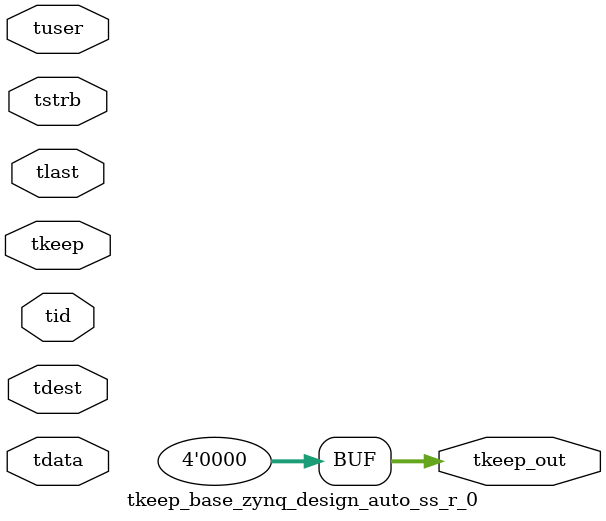
<source format=v>


`timescale 1ps/1ps

module tkeep_base_zynq_design_auto_ss_r_0 #
(
parameter C_S_AXIS_TDATA_WIDTH = 32,
parameter C_S_AXIS_TUSER_WIDTH = 0,
parameter C_S_AXIS_TID_WIDTH   = 0,
parameter C_S_AXIS_TDEST_WIDTH = 0,
parameter C_M_AXIS_TDATA_WIDTH = 32
)
(
input  [(C_S_AXIS_TDATA_WIDTH == 0 ? 1 : C_S_AXIS_TDATA_WIDTH)-1:0     ] tdata,
input  [(C_S_AXIS_TUSER_WIDTH == 0 ? 1 : C_S_AXIS_TUSER_WIDTH)-1:0     ] tuser,
input  [(C_S_AXIS_TID_WIDTH   == 0 ? 1 : C_S_AXIS_TID_WIDTH)-1:0       ] tid,
input  [(C_S_AXIS_TDEST_WIDTH == 0 ? 1 : C_S_AXIS_TDEST_WIDTH)-1:0     ] tdest,
input  [(C_S_AXIS_TDATA_WIDTH/8)-1:0 ] tkeep,
input  [(C_S_AXIS_TDATA_WIDTH/8)-1:0 ] tstrb,
input                                                                    tlast,
output [(C_M_AXIS_TDATA_WIDTH/8)-1:0 ] tkeep_out
);

assign tkeep_out = {1'b0};

endmodule


</source>
